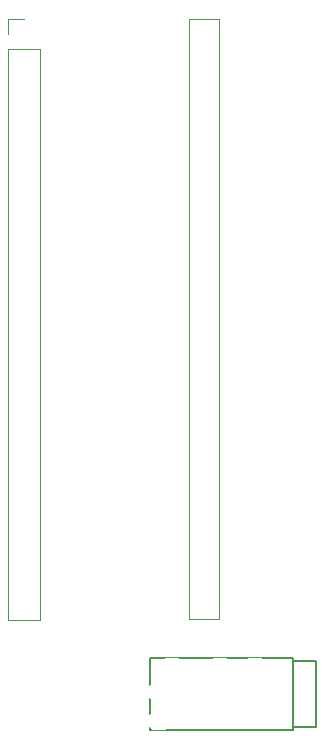
<source format=gbo>
%TF.GenerationSoftware,KiCad,Pcbnew,9.0.4*%
%TF.CreationDate,2025-09-18T00:08:17-03:00*%
%TF.ProjectId,KalyPCB,4b616c79-5043-4422-9e6b-696361645f70,v1.0.0*%
%TF.SameCoordinates,Original*%
%TF.FileFunction,Legend,Bot*%
%TF.FilePolarity,Positive*%
%FSLAX46Y46*%
G04 Gerber Fmt 4.6, Leading zero omitted, Abs format (unit mm)*
G04 Created by KiCad (PCBNEW 9.0.4) date 2025-09-18 00:08:17*
%MOMM*%
%LPD*%
G01*
G04 APERTURE LIST*
%ADD10C,0.120000*%
%ADD11C,0.150000*%
%ADD12C,1.701800*%
%ADD13C,3.429000*%
%ADD14C,2.032000*%
%ADD15R,1.700000X1.700000*%
%ADD16C,1.700000*%
%ADD17C,0.800000*%
%ADD18O,2.000000X1.600000*%
G04 APERTURE END LIST*
D10*
%TO.C,*%
X124510000Y-22130000D02*
X125840000Y-22130000D01*
X124510000Y-23460000D02*
X124510000Y-22130000D01*
X124510000Y-24730000D02*
X127170000Y-24730000D01*
X124510000Y-73050000D02*
X124510000Y-24730000D01*
X127170000Y-24730000D02*
X127170000Y-73050000D01*
X127170000Y-73050000D02*
X124510000Y-73050000D01*
X139810000Y-22190000D02*
X142350000Y-22190000D01*
X139810000Y-72990000D02*
X139810000Y-22190000D01*
X142350000Y-22190000D02*
X142350000Y-72990000D01*
X142350000Y-72990000D02*
X139810000Y-72990000D01*
D11*
%TO.C,J1*%
X148590000Y-76270000D02*
X136490000Y-76270000D01*
X148590000Y-76270000D02*
X148590000Y-82370000D01*
X136490000Y-76270000D02*
X136490000Y-82370000D01*
X150590000Y-76520000D02*
X150590000Y-82120000D01*
X148590000Y-76520000D02*
X150590000Y-76520000D01*
X148590000Y-82120000D02*
X150590000Y-82120000D01*
X148590000Y-82370000D02*
X136490000Y-82370000D01*
%TD*%
%LPC*%
D12*
%TO.C,S8*%
X63500000Y-43500000D03*
D13*
X58000000Y-43500000D03*
D12*
X52500000Y-43500000D03*
D14*
X63000000Y-47300000D03*
X53000000Y-47300000D03*
X58000000Y-49400000D03*
X58000000Y-49400000D03*
%TD*%
D12*
%TO.C,S20*%
X115938462Y-86226324D03*
D13*
X120602727Y-89140880D03*
D12*
X125266992Y-92055436D03*
D14*
X118376180Y-83268701D03*
X126856661Y-88567894D03*
X123729251Y-84137396D03*
X123729251Y-84137396D03*
%TD*%
D12*
%TO.C,S10*%
X81500000Y-55740000D03*
D13*
X76000000Y-55740000D03*
D12*
X70500000Y-55740000D03*
D14*
X81000000Y-59540000D03*
X71000000Y-59540000D03*
X76000000Y-61640000D03*
X76000000Y-61640000D03*
%TD*%
D12*
%TO.C,S13*%
X99500000Y-60500000D03*
D13*
X94000000Y-60500000D03*
D12*
X88500000Y-60500000D03*
D14*
X99000000Y-64300000D03*
X89000000Y-64300000D03*
X94000000Y-66400000D03*
X94000000Y-66400000D03*
%TD*%
D12*
%TO.C,S4*%
X45500000Y-73070000D03*
D13*
X40000000Y-73070000D03*
D12*
X34500000Y-73070000D03*
D14*
X45000000Y-76870000D03*
X35000000Y-76870000D03*
X40000000Y-78970000D03*
X40000000Y-78970000D03*
%TD*%
D15*
%TO.C,*%
X125840000Y-23460000D03*
X143740000Y-23440000D03*
D16*
X125840000Y-26000000D03*
X143740000Y-25980000D03*
X125840000Y-28540000D03*
X143740000Y-28520000D03*
X125840000Y-31080000D03*
X143740000Y-31060000D03*
X125840000Y-33620000D03*
X143740000Y-33600000D03*
X125840000Y-36160000D03*
X143740000Y-36140000D03*
X125840000Y-38700000D03*
X143740000Y-38680000D03*
X125840000Y-41240000D03*
X143740000Y-41220000D03*
X125840000Y-43780000D03*
X143740000Y-43760000D03*
X125840000Y-46320000D03*
X143740000Y-46300000D03*
X125840000Y-48860000D03*
X143740000Y-48840000D03*
X125840000Y-51400000D03*
X143740000Y-51380000D03*
X125840000Y-53940000D03*
X143740000Y-53920000D03*
X125840000Y-56480000D03*
X143740000Y-56460000D03*
X125840000Y-59020000D03*
X143740000Y-59000000D03*
X125840000Y-61560000D03*
X143740000Y-61540000D03*
X125840000Y-64100000D03*
X143740000Y-64080000D03*
X125840000Y-66640000D03*
X143740000Y-66620000D03*
X125840000Y-69180000D03*
X143740000Y-69160000D03*
X125840000Y-71720000D03*
X143740000Y-71700000D03*
X128500000Y-71700000D03*
X141080000Y-71720000D03*
X128500000Y-69160000D03*
X141080000Y-69180000D03*
X128500000Y-66620000D03*
X141080000Y-66640000D03*
X128500000Y-64080000D03*
X141080000Y-64100000D03*
X128500000Y-61540000D03*
X141080000Y-61560000D03*
X128500000Y-59000000D03*
X141080000Y-59020000D03*
X128500000Y-56460000D03*
X141080000Y-56480000D03*
X128500000Y-53920000D03*
X141080000Y-53940000D03*
X128500000Y-51380000D03*
X141080000Y-51400000D03*
X128500000Y-48840000D03*
X141080000Y-48860000D03*
X128500000Y-46300000D03*
X141080000Y-46320000D03*
X128500000Y-43760000D03*
X141080000Y-43780000D03*
X128500000Y-41220000D03*
X141080000Y-41240000D03*
X128500000Y-38680000D03*
X141080000Y-38700000D03*
X128500000Y-36140000D03*
X141080000Y-36160000D03*
X128500000Y-33600000D03*
X141080000Y-33620000D03*
X128500000Y-31060000D03*
X141080000Y-31080000D03*
X128500000Y-28520000D03*
X141080000Y-28540000D03*
X128500000Y-25980000D03*
X141080000Y-26000000D03*
X128500000Y-23440000D03*
X141080000Y-23460000D03*
%TD*%
D12*
%TO.C,S21*%
X132306591Y-104520659D03*
D13*
X136127212Y-100564290D03*
D12*
X139947833Y-96607921D03*
D14*
X129920429Y-101521287D03*
X136867013Y-94327889D03*
X131883107Y-96465806D03*
X131883107Y-96465806D03*
%TD*%
D12*
%TO.C,S5*%
X45500000Y-56070000D03*
D13*
X40000000Y-56070000D03*
D12*
X34500000Y-56070000D03*
D14*
X45000000Y-59870000D03*
X35000000Y-59870000D03*
X40000000Y-61970000D03*
X40000000Y-61970000D03*
%TD*%
D12*
%TO.C,S19*%
X96337408Y-79476495D03*
D13*
X101650000Y-80900000D03*
D12*
X106962592Y-82323505D03*
D14*
X97803883Y-75935387D03*
X107463142Y-78523577D03*
X103177032Y-75201038D03*
X103177032Y-75201038D03*
%TD*%
D12*
%TO.C,S15*%
X99500000Y-26500000D03*
D13*
X94000000Y-26500000D03*
D12*
X88500000Y-26500000D03*
D14*
X99000000Y-30300000D03*
X89000000Y-30300000D03*
X94000000Y-32400000D03*
X94000000Y-32400000D03*
%TD*%
D12*
%TO.C,S1*%
X27500000Y-73070000D03*
D13*
X22000000Y-73070000D03*
D12*
X16500000Y-73070000D03*
D14*
X27000000Y-76870000D03*
X17000000Y-76870000D03*
X22000000Y-78970000D03*
X22000000Y-78970000D03*
%TD*%
D12*
%TO.C,S18*%
X117500000Y-29360000D03*
D13*
X112000000Y-29360000D03*
D12*
X106500000Y-29360000D03*
D14*
X117000000Y-33160000D03*
X107000000Y-33160000D03*
X112000000Y-35260000D03*
X112000000Y-35260000D03*
%TD*%
D17*
%TO.C,J1*%
X146990000Y-79320000D03*
X139990000Y-79320000D03*
X146990000Y-81420000D03*
X139990000Y-81420000D03*
D18*
X137290000Y-79120000D03*
X137290000Y-81620000D03*
X138390000Y-77020000D03*
X138390000Y-83720000D03*
X142390000Y-77020000D03*
X145390000Y-83720000D03*
X145390000Y-77020000D03*
X142390000Y-83720000D03*
%TD*%
D12*
%TO.C,S11*%
X81500000Y-38740000D03*
D13*
X76000000Y-38740000D03*
D12*
X70500000Y-38740000D03*
D14*
X81000000Y-42540000D03*
X71000000Y-42540000D03*
X76000000Y-44640000D03*
X76000000Y-44640000D03*
%TD*%
D12*
%TO.C,S9*%
X63500000Y-26500000D03*
D13*
X58000000Y-26500000D03*
D12*
X52500000Y-26500000D03*
D14*
X63000000Y-30300000D03*
X53000000Y-30300000D03*
X58000000Y-32400000D03*
X58000000Y-32400000D03*
%TD*%
D12*
%TO.C,S6*%
X45500000Y-39070000D03*
D13*
X40000000Y-39070000D03*
D12*
X34500000Y-39070000D03*
D14*
X45000000Y-42870000D03*
X35000000Y-42870000D03*
X40000000Y-44970000D03*
X40000000Y-44970000D03*
%TD*%
D12*
%TO.C,S14*%
X99500000Y-43500000D03*
D13*
X94000000Y-43500000D03*
D12*
X88500000Y-43500000D03*
D14*
X99000000Y-47300000D03*
X89000000Y-47300000D03*
X94000000Y-49400000D03*
X94000000Y-49400000D03*
%TD*%
D12*
%TO.C,S12*%
X81500000Y-21740000D03*
D13*
X76000000Y-21740000D03*
D12*
X70500000Y-21740000D03*
D14*
X81000000Y-25540000D03*
X71000000Y-25540000D03*
X76000000Y-27640000D03*
X76000000Y-27640000D03*
%TD*%
D12*
%TO.C,S16*%
X117500000Y-63360000D03*
D13*
X112000000Y-63360000D03*
D12*
X106500000Y-63360000D03*
D14*
X117000000Y-67160000D03*
X107000000Y-67160000D03*
X112000000Y-69260000D03*
X112000000Y-69260000D03*
%TD*%
D12*
%TO.C,S3*%
X27500000Y-39070000D03*
D13*
X22000000Y-39070000D03*
D12*
X16500000Y-39070000D03*
D14*
X27000000Y-42870000D03*
X17000000Y-42870000D03*
X22000000Y-44970000D03*
X22000000Y-44970000D03*
%TD*%
D12*
%TO.C,S2*%
X27500000Y-56070000D03*
D13*
X22000000Y-56070000D03*
D12*
X16500000Y-56070000D03*
D14*
X27000000Y-59870000D03*
X17000000Y-59870000D03*
X22000000Y-61970000D03*
X22000000Y-61970000D03*
%TD*%
D12*
%TO.C,S17*%
X117500000Y-46360000D03*
D13*
X112000000Y-46360000D03*
D12*
X106500000Y-46360000D03*
D14*
X117000000Y-50160000D03*
X107000000Y-50160000D03*
X112000000Y-52260000D03*
X112000000Y-52260000D03*
%TD*%
D12*
%TO.C,S7*%
X63500000Y-60500000D03*
D13*
X58000000Y-60500000D03*
D12*
X52500000Y-60500000D03*
D14*
X63000000Y-64300000D03*
X53000000Y-64300000D03*
X58000000Y-66400000D03*
X58000000Y-66400000D03*
%TD*%
%LPD*%
M02*

</source>
